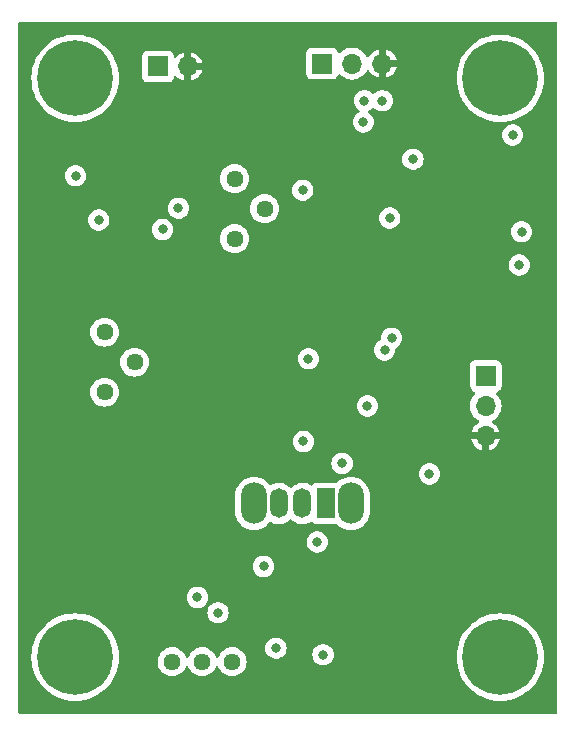
<source format=gbr>
%TF.GenerationSoftware,KiCad,Pcbnew,7.0.2-0*%
%TF.CreationDate,2025-01-08T13:43:56-05:00*%
%TF.ProjectId,plaqchek_potentiostat,706c6171-6368-4656-9b5f-706f74656e74,rev?*%
%TF.SameCoordinates,Original*%
%TF.FileFunction,Copper,L2,Inr*%
%TF.FilePolarity,Positive*%
%FSLAX46Y46*%
G04 Gerber Fmt 4.6, Leading zero omitted, Abs format (unit mm)*
G04 Created by KiCad (PCBNEW 7.0.2-0) date 2025-01-08 13:43:56*
%MOMM*%
%LPD*%
G01*
G04 APERTURE LIST*
%TA.AperFunction,ComponentPad*%
%ADD10C,1.440000*%
%TD*%
%TA.AperFunction,ComponentPad*%
%ADD11O,2.200000X3.500000*%
%TD*%
%TA.AperFunction,ComponentPad*%
%ADD12R,1.500000X2.500000*%
%TD*%
%TA.AperFunction,ComponentPad*%
%ADD13O,1.500000X2.500000*%
%TD*%
%TA.AperFunction,ComponentPad*%
%ADD14C,6.400000*%
%TD*%
%TA.AperFunction,ComponentPad*%
%ADD15R,1.700000X1.700000*%
%TD*%
%TA.AperFunction,ComponentPad*%
%ADD16O,1.700000X1.700000*%
%TD*%
%TA.AperFunction,ViaPad*%
%ADD17C,0.800000*%
%TD*%
G04 APERTURE END LIST*
D10*
%TO.N,Net-(U1B--)*%
%TO.C,RV2*%
X151500000Y-113500000D03*
%TO.N,Net-(R14-Pad2)*%
X154040000Y-116040000D03*
X151500000Y-118580000D03*
%TD*%
%TO.N,+5VA*%
%TO.C,RV3*%
X157210000Y-141397500D03*
%TO.N,Net-(U4A-+)*%
X159750000Y-141397500D03*
X162290000Y-141397500D03*
%TD*%
D11*
%TO.N,*%
%TO.C,SW2*%
X172350000Y-128000000D03*
X164150000Y-128000000D03*
D12*
%TO.N,/VBIAS_POT_N*%
X170250000Y-128000000D03*
D13*
%TO.N,/VBIAS_POT*%
X168250000Y-128000000D03*
%TO.N,/VBIAS_POT_P*%
X166250000Y-128000000D03*
%TD*%
D14*
%TO.N,Net-(H4-Pad1)*%
%TO.C,H4*%
X149000000Y-141000000D03*
%TD*%
D15*
%TO.N,/VDAC_POT_PWM_3V3*%
%TO.C,J3*%
X156000000Y-91000000D03*
D16*
%TO.N,GND*%
X158540000Y-91000000D03*
%TD*%
D14*
%TO.N,Net-(H3-Pad1)*%
%TO.C,H3*%
X185000000Y-141000000D03*
%TD*%
D15*
%TO.N,/WORKING_ELEC*%
%TO.C,J1*%
X183750000Y-117200000D03*
D16*
%TO.N,/REF_ELEC*%
X183750000Y-119740000D03*
%TO.N,GND*%
X183750000Y-122280000D03*
%TD*%
D10*
%TO.N,Net-(U1A--)*%
%TO.C,RV1*%
X162500000Y-100500000D03*
%TO.N,Net-(U1B-+)*%
X165040000Y-103040000D03*
X162500000Y-105580000D03*
%TD*%
D14*
%TO.N,Net-(H2-Pad1)*%
%TO.C,H2*%
X149000000Y-92000000D03*
%TD*%
D15*
%TO.N,+6V*%
%TO.C,J2*%
X169920000Y-90750000D03*
D16*
%TO.N,-6V5*%
X172460000Y-90750000D03*
%TO.N,GND*%
X175000000Y-90750000D03*
%TD*%
D14*
%TO.N,Net-(H1-Pad1)*%
%TO.C,H1*%
X185000000Y-92000000D03*
%TD*%
D17*
%TO.N,GND*%
X185000000Y-128000000D03*
X187000000Y-126000000D03*
X189000000Y-132000000D03*
X177000000Y-144000000D03*
X181000000Y-144000000D03*
X169970000Y-113730000D03*
X155000000Y-136000000D03*
X185000000Y-112000000D03*
X145000000Y-114000000D03*
X189000000Y-128000000D03*
X160000000Y-93000000D03*
X145000000Y-130000000D03*
X149000000Y-134000000D03*
X159000000Y-124000000D03*
X167720000Y-131420000D03*
X164000000Y-97000000D03*
X150830000Y-137100000D03*
X154000000Y-144000000D03*
X160810000Y-91000000D03*
X166000000Y-144000000D03*
X167800000Y-140230000D03*
X179000000Y-130000000D03*
X149000000Y-126000000D03*
X145000000Y-94000000D03*
X145000000Y-118000000D03*
X181000000Y-128000000D03*
X180430000Y-116810000D03*
X149000000Y-110000000D03*
X145000000Y-138000000D03*
X149000000Y-114000000D03*
X177000000Y-140000000D03*
X180470000Y-120130000D03*
X183000000Y-130000000D03*
X164200000Y-115620000D03*
X184040000Y-133690000D03*
X152390000Y-135720000D03*
X166000000Y-95000000D03*
X145000000Y-106000000D03*
X149109040Y-101990087D03*
X158510000Y-89260000D03*
X157000000Y-134000000D03*
X149000000Y-122000000D03*
X160510000Y-107410000D03*
X151000000Y-124000000D03*
X163000000Y-110000000D03*
X187000000Y-118000000D03*
X172870000Y-137710000D03*
X147000000Y-132000000D03*
X147000000Y-120000000D03*
X147000000Y-108000000D03*
X189000000Y-116000000D03*
X189000000Y-88000000D03*
X158000000Y-144000000D03*
X182650000Y-100050000D03*
X157000000Y-130000000D03*
X184130000Y-100980000D03*
X187000000Y-114000000D03*
X161860000Y-117290000D03*
X179000000Y-134000000D03*
X170040000Y-122880000D03*
X163000000Y-124000000D03*
X145000000Y-134000000D03*
X151000000Y-128000000D03*
X172299999Y-99799237D03*
X180730000Y-92940000D03*
X172800000Y-110160000D03*
X145000000Y-122000000D03*
X147000000Y-116000000D03*
X158000000Y-95000000D03*
X147000000Y-124000000D03*
X145000000Y-98000000D03*
X159000000Y-114000000D03*
X165000000Y-112000000D03*
X175000000Y-142000000D03*
X179000000Y-138000000D03*
X187000000Y-130000000D03*
X145000000Y-142000000D03*
X163000000Y-114000000D03*
X173880000Y-117200000D03*
X181000000Y-132000000D03*
X159000000Y-132000000D03*
X186713864Y-99269658D03*
X172430000Y-120710000D03*
X145000000Y-110000000D03*
X155000000Y-128000000D03*
X183000000Y-114000000D03*
X176440000Y-121270000D03*
X157000000Y-122000000D03*
X161000000Y-112000000D03*
X145000000Y-102000000D03*
X147000000Y-112000000D03*
X153000000Y-134000000D03*
X162000000Y-95000000D03*
X167000000Y-110000000D03*
X182164258Y-118396457D03*
X161120000Y-134390000D03*
X189000000Y-120000000D03*
X151000000Y-132000000D03*
X160890000Y-102020000D03*
X182650000Y-134970000D03*
X149170000Y-98310000D03*
X147000000Y-128000000D03*
X176490000Y-115920000D03*
X178060000Y-92880000D03*
X167000000Y-106000000D03*
X155000000Y-124000000D03*
X177200000Y-90690000D03*
X149000000Y-118000000D03*
X147000000Y-136000000D03*
X166000000Y-91000000D03*
X153000000Y-122000000D03*
X179000000Y-142000000D03*
X160000000Y-97000000D03*
X157000000Y-126000000D03*
X169000000Y-108000000D03*
X174860000Y-88540000D03*
X162000000Y-144000000D03*
X145000000Y-88000000D03*
X189000000Y-124000000D03*
X161000000Y-122000000D03*
X155000000Y-132000000D03*
X153000000Y-130000000D03*
X153000000Y-126000000D03*
X165000000Y-108000000D03*
X177000000Y-136000000D03*
X150800000Y-98200000D03*
X164000000Y-89000000D03*
X167640000Y-137410000D03*
X149000000Y-130000000D03*
X188182049Y-100756195D03*
X147000000Y-104000000D03*
X189000000Y-112000000D03*
X145000000Y-126000000D03*
X152920000Y-108990000D03*
X177000000Y-132000000D03*
X156400000Y-101014500D03*
X159000000Y-128000000D03*
X170670000Y-137480000D03*
X161000000Y-126000000D03*
X187000000Y-122000000D03*
X181450000Y-94740000D03*
X164000000Y-93000000D03*
%TO.N,+5VA*%
X169500000Y-131250000D03*
X159350000Y-135950000D03*
X175200000Y-115000000D03*
X175800000Y-114000000D03*
X156400000Y-104800000D03*
X161100000Y-137250000D03*
%TO.N,-5VA*%
X149038330Y-100254995D03*
X175000000Y-93900000D03*
X166000000Y-140250000D03*
X168329999Y-122750000D03*
X173400000Y-95700000D03*
X173500000Y-93900000D03*
%TO.N,+6V*%
X168275000Y-101475000D03*
X175640000Y-103820000D03*
%TO.N,-6V5*%
X186800000Y-105000000D03*
X186600000Y-107800000D03*
%TO.N,/-5V_R*%
X177600000Y-98850000D03*
X186050000Y-96800000D03*
%TO.N,Net-(U1B-+)*%
X157750000Y-103000000D03*
X151000000Y-104000000D03*
%TO.N,/VBIAS_POT*%
X171600000Y-124600000D03*
X179000000Y-125500000D03*
%TO.N,/VBIAS_POT_P*%
X164960000Y-133322500D03*
X170000000Y-140800000D03*
%TO.N,Net-(U3B-+)*%
X168750000Y-115750000D03*
X173750000Y-119750000D03*
%TD*%
%TA.AperFunction,Conductor*%
%TO.N,GND*%
G36*
X189742539Y-87220185D02*
G01*
X189788294Y-87272989D01*
X189799500Y-87324500D01*
X189799500Y-145675500D01*
X189779815Y-145742539D01*
X189727011Y-145788294D01*
X189675500Y-145799500D01*
X144324500Y-145799500D01*
X144257461Y-145779815D01*
X144211706Y-145727011D01*
X144200500Y-145675500D01*
X144200500Y-141000000D01*
X145294422Y-141000000D01*
X145294592Y-141003243D01*
X145302309Y-141150500D01*
X145314722Y-141387338D01*
X145315227Y-141390531D01*
X145315229Y-141390543D01*
X145374889Y-141767224D01*
X145374891Y-141767237D01*
X145375398Y-141770433D01*
X145376235Y-141773557D01*
X145376237Y-141773566D01*
X145474947Y-142141957D01*
X145475786Y-142145087D01*
X145476943Y-142148102D01*
X145476946Y-142148110D01*
X145549081Y-142336028D01*
X145614786Y-142507194D01*
X145616255Y-142510077D01*
X145616259Y-142510086D01*
X145789400Y-142849895D01*
X145790875Y-142852789D01*
X146002124Y-143178084D01*
X146246219Y-143479516D01*
X146520484Y-143753781D01*
X146821916Y-143997876D01*
X147147211Y-144209125D01*
X147492806Y-144385214D01*
X147854913Y-144524214D01*
X148229567Y-144624602D01*
X148612662Y-144685278D01*
X149000000Y-144705578D01*
X149387338Y-144685278D01*
X149770433Y-144624602D01*
X150145087Y-144524214D01*
X150507194Y-144385214D01*
X150852789Y-144209125D01*
X151178084Y-143997876D01*
X151479516Y-143753781D01*
X151753781Y-143479516D01*
X151997876Y-143178084D01*
X152209125Y-142852789D01*
X152385214Y-142507194D01*
X152524214Y-142145087D01*
X152624602Y-141770433D01*
X152683669Y-141397500D01*
X155984837Y-141397500D01*
X156003450Y-141610244D01*
X156058724Y-141816531D01*
X156148979Y-142010082D01*
X156271471Y-142185020D01*
X156422479Y-142336028D01*
X156597417Y-142458520D01*
X156597418Y-142458520D01*
X156597419Y-142458521D01*
X156790970Y-142548776D01*
X156997253Y-142604049D01*
X157210000Y-142622662D01*
X157422747Y-142604049D01*
X157629030Y-142548776D01*
X157822581Y-142458521D01*
X157997519Y-142336029D01*
X158148529Y-142185019D01*
X158271021Y-142010081D01*
X158361276Y-141816530D01*
X158361275Y-141816530D01*
X158365861Y-141806698D01*
X158368000Y-141807695D01*
X158396587Y-141760794D01*
X158459433Y-141730262D01*
X158528809Y-141738555D01*
X158582688Y-141783039D01*
X158593606Y-141806946D01*
X158594139Y-141806698D01*
X158688979Y-142010082D01*
X158811471Y-142185020D01*
X158962479Y-142336028D01*
X159137417Y-142458520D01*
X159137418Y-142458520D01*
X159137419Y-142458521D01*
X159330970Y-142548776D01*
X159537253Y-142604049D01*
X159679084Y-142616457D01*
X159749999Y-142622662D01*
X159749999Y-142622661D01*
X159750000Y-142622662D01*
X159962747Y-142604049D01*
X160169030Y-142548776D01*
X160362581Y-142458521D01*
X160537519Y-142336029D01*
X160688529Y-142185019D01*
X160811021Y-142010081D01*
X160901276Y-141816530D01*
X160901275Y-141816530D01*
X160905861Y-141806698D01*
X160908000Y-141807695D01*
X160936587Y-141760794D01*
X160999433Y-141730262D01*
X161068809Y-141738555D01*
X161122688Y-141783039D01*
X161133606Y-141806946D01*
X161134139Y-141806698D01*
X161228979Y-142010082D01*
X161351471Y-142185020D01*
X161502479Y-142336028D01*
X161677417Y-142458520D01*
X161677418Y-142458520D01*
X161677419Y-142458521D01*
X161870970Y-142548776D01*
X162077253Y-142604049D01*
X162290000Y-142622662D01*
X162502747Y-142604049D01*
X162709030Y-142548776D01*
X162902581Y-142458521D01*
X163077519Y-142336029D01*
X163228529Y-142185019D01*
X163351021Y-142010081D01*
X163441276Y-141816530D01*
X163496549Y-141610247D01*
X163515162Y-141397500D01*
X163496549Y-141184753D01*
X163441276Y-140978470D01*
X163351021Y-140784919D01*
X163349129Y-140782216D01*
X163228528Y-140609979D01*
X163077520Y-140458971D01*
X162902582Y-140336479D01*
X162717129Y-140250000D01*
X165094540Y-140250000D01*
X165114326Y-140438257D01*
X165172820Y-140618284D01*
X165267466Y-140782216D01*
X165394129Y-140922889D01*
X165547269Y-141034151D01*
X165720197Y-141111144D01*
X165905352Y-141150500D01*
X165905354Y-141150500D01*
X166094648Y-141150500D01*
X166218083Y-141124262D01*
X166279803Y-141111144D01*
X166452730Y-141034151D01*
X166529369Y-140978470D01*
X166605870Y-140922889D01*
X166716520Y-140800000D01*
X169094540Y-140800000D01*
X169114326Y-140988257D01*
X169172820Y-141168284D01*
X169267466Y-141332216D01*
X169394129Y-141472889D01*
X169547269Y-141584151D01*
X169720197Y-141661144D01*
X169905352Y-141700500D01*
X169905354Y-141700500D01*
X170094648Y-141700500D01*
X170218083Y-141674262D01*
X170279803Y-141661144D01*
X170452730Y-141584151D01*
X170605871Y-141472888D01*
X170732533Y-141332216D01*
X170827179Y-141168284D01*
X170881858Y-141000000D01*
X181294422Y-141000000D01*
X181294592Y-141003243D01*
X181302309Y-141150500D01*
X181314722Y-141387338D01*
X181315227Y-141390531D01*
X181315229Y-141390543D01*
X181374889Y-141767224D01*
X181374891Y-141767237D01*
X181375398Y-141770433D01*
X181376235Y-141773557D01*
X181376237Y-141773566D01*
X181474947Y-142141957D01*
X181475786Y-142145087D01*
X181476943Y-142148102D01*
X181476946Y-142148110D01*
X181549081Y-142336028D01*
X181614786Y-142507194D01*
X181616255Y-142510077D01*
X181616259Y-142510086D01*
X181789400Y-142849895D01*
X181790875Y-142852789D01*
X182002124Y-143178084D01*
X182246219Y-143479516D01*
X182520484Y-143753781D01*
X182821916Y-143997876D01*
X183147211Y-144209125D01*
X183492806Y-144385214D01*
X183854913Y-144524214D01*
X184229567Y-144624602D01*
X184612662Y-144685278D01*
X185000000Y-144705578D01*
X185387338Y-144685278D01*
X185770433Y-144624602D01*
X186145087Y-144524214D01*
X186507194Y-144385214D01*
X186852789Y-144209125D01*
X187178084Y-143997876D01*
X187479516Y-143753781D01*
X187753781Y-143479516D01*
X187997876Y-143178084D01*
X188209125Y-142852789D01*
X188385214Y-142507194D01*
X188524214Y-142145087D01*
X188624602Y-141770433D01*
X188685278Y-141387338D01*
X188705578Y-141000000D01*
X188685278Y-140612662D01*
X188624602Y-140229567D01*
X188524214Y-139854913D01*
X188385214Y-139492806D01*
X188209125Y-139147211D01*
X187997876Y-138821916D01*
X187753781Y-138520484D01*
X187479516Y-138246219D01*
X187178084Y-138002124D01*
X186852789Y-137790875D01*
X186849901Y-137789403D01*
X186849895Y-137789400D01*
X186510086Y-137616259D01*
X186510077Y-137616255D01*
X186507194Y-137614786D01*
X186504162Y-137613622D01*
X186148110Y-137476946D01*
X186148102Y-137476943D01*
X186145087Y-137475786D01*
X186141962Y-137474948D01*
X186141957Y-137474947D01*
X185773566Y-137376237D01*
X185773557Y-137376235D01*
X185770433Y-137375398D01*
X185767237Y-137374891D01*
X185767224Y-137374889D01*
X185390543Y-137315229D01*
X185390531Y-137315227D01*
X185387338Y-137314722D01*
X185384103Y-137314552D01*
X185384099Y-137314552D01*
X185003244Y-137294592D01*
X185000000Y-137294422D01*
X184996756Y-137294592D01*
X184615900Y-137314552D01*
X184615894Y-137314552D01*
X184612662Y-137314722D01*
X184609470Y-137315227D01*
X184609456Y-137315229D01*
X184232775Y-137374889D01*
X184232758Y-137374892D01*
X184229567Y-137375398D01*
X184226446Y-137376234D01*
X184226433Y-137376237D01*
X183858042Y-137474947D01*
X183858031Y-137474950D01*
X183854913Y-137475786D01*
X183851902Y-137476941D01*
X183851889Y-137476946D01*
X183495837Y-137613622D01*
X183495828Y-137613625D01*
X183492806Y-137614786D01*
X183489929Y-137616251D01*
X183489913Y-137616259D01*
X183150104Y-137789400D01*
X183150090Y-137789408D01*
X183147211Y-137790875D01*
X183144491Y-137792641D01*
X183144483Y-137792646D01*
X182824644Y-138000352D01*
X182824638Y-138000355D01*
X182821916Y-138002124D01*
X182819396Y-138004164D01*
X182819390Y-138004169D01*
X182523002Y-138244179D01*
X182522991Y-138244188D01*
X182520484Y-138246219D01*
X182518199Y-138248503D01*
X182518189Y-138248513D01*
X182248513Y-138518189D01*
X182248503Y-138518199D01*
X182246219Y-138520484D01*
X182244188Y-138522991D01*
X182244179Y-138523002D01*
X182004169Y-138819390D01*
X182004164Y-138819396D01*
X182002124Y-138821916D01*
X182000355Y-138824638D01*
X182000352Y-138824644D01*
X181792646Y-139144483D01*
X181792641Y-139144491D01*
X181790875Y-139147211D01*
X181789408Y-139150090D01*
X181789400Y-139150104D01*
X181616259Y-139489913D01*
X181616251Y-139489929D01*
X181614786Y-139492806D01*
X181613625Y-139495828D01*
X181613622Y-139495837D01*
X181476946Y-139851889D01*
X181476941Y-139851902D01*
X181475786Y-139854913D01*
X181474950Y-139858031D01*
X181474947Y-139858042D01*
X181376237Y-140226433D01*
X181376234Y-140226446D01*
X181375398Y-140229567D01*
X181374892Y-140232758D01*
X181374889Y-140232775D01*
X181315229Y-140609456D01*
X181315227Y-140609470D01*
X181314722Y-140612662D01*
X181294422Y-141000000D01*
X170881858Y-141000000D01*
X170885674Y-140988256D01*
X170905460Y-140800000D01*
X170885674Y-140611744D01*
X170836035Y-140458971D01*
X170827179Y-140431715D01*
X170732533Y-140267783D01*
X170605870Y-140127110D01*
X170452730Y-140015848D01*
X170279802Y-139938855D01*
X170094648Y-139899500D01*
X170094646Y-139899500D01*
X169905354Y-139899500D01*
X169905352Y-139899500D01*
X169720197Y-139938855D01*
X169547269Y-140015848D01*
X169394129Y-140127110D01*
X169267466Y-140267783D01*
X169172820Y-140431715D01*
X169114326Y-140611742D01*
X169094540Y-140800000D01*
X166716520Y-140800000D01*
X166732533Y-140782216D01*
X166827179Y-140618284D01*
X166878943Y-140458971D01*
X166885674Y-140438256D01*
X166905460Y-140250000D01*
X166885674Y-140061744D01*
X166845745Y-139938855D01*
X166827179Y-139881715D01*
X166732533Y-139717783D01*
X166605870Y-139577110D01*
X166452730Y-139465848D01*
X166279802Y-139388855D01*
X166094648Y-139349500D01*
X166094646Y-139349500D01*
X165905354Y-139349500D01*
X165905352Y-139349500D01*
X165720197Y-139388855D01*
X165547269Y-139465848D01*
X165394129Y-139577110D01*
X165267466Y-139717783D01*
X165172820Y-139881715D01*
X165114326Y-140061742D01*
X165094540Y-140250000D01*
X162717129Y-140250000D01*
X162709031Y-140246224D01*
X162502744Y-140190950D01*
X162290000Y-140172337D01*
X162077255Y-140190950D01*
X161870968Y-140246224D01*
X161677417Y-140336479D01*
X161502479Y-140458971D01*
X161351471Y-140609979D01*
X161228979Y-140784917D01*
X161134139Y-140988302D01*
X161131999Y-140987304D01*
X161103409Y-141034209D01*
X161040562Y-141064737D01*
X160971186Y-141056442D01*
X160917309Y-141011956D01*
X160906392Y-140988054D01*
X160905861Y-140988302D01*
X160811020Y-140784917D01*
X160688528Y-140609979D01*
X160537520Y-140458971D01*
X160362582Y-140336479D01*
X160169031Y-140246224D01*
X159962744Y-140190950D01*
X159749999Y-140172337D01*
X159537255Y-140190950D01*
X159330968Y-140246224D01*
X159137417Y-140336479D01*
X158962479Y-140458971D01*
X158811471Y-140609979D01*
X158688979Y-140784917D01*
X158594139Y-140988302D01*
X158591999Y-140987304D01*
X158563409Y-141034209D01*
X158500562Y-141064737D01*
X158431186Y-141056442D01*
X158377309Y-141011956D01*
X158366392Y-140988054D01*
X158365861Y-140988302D01*
X158271020Y-140784917D01*
X158148528Y-140609979D01*
X157997520Y-140458971D01*
X157822582Y-140336479D01*
X157629031Y-140246224D01*
X157422744Y-140190950D01*
X157210000Y-140172337D01*
X156997255Y-140190950D01*
X156790968Y-140246224D01*
X156597417Y-140336479D01*
X156422479Y-140458971D01*
X156271471Y-140609979D01*
X156148979Y-140784917D01*
X156058724Y-140978468D01*
X156003450Y-141184755D01*
X155984837Y-141397500D01*
X152683669Y-141397500D01*
X152685278Y-141387338D01*
X152705578Y-141000000D01*
X152685278Y-140612662D01*
X152624602Y-140229567D01*
X152524214Y-139854913D01*
X152385214Y-139492806D01*
X152209125Y-139147211D01*
X151997876Y-138821916D01*
X151753781Y-138520484D01*
X151479516Y-138246219D01*
X151178084Y-138002124D01*
X150852789Y-137790875D01*
X150849901Y-137789403D01*
X150849895Y-137789400D01*
X150510086Y-137616259D01*
X150510077Y-137616255D01*
X150507194Y-137614786D01*
X150504162Y-137613622D01*
X150148110Y-137476946D01*
X150148102Y-137476943D01*
X150145087Y-137475786D01*
X150141962Y-137474948D01*
X150141957Y-137474947D01*
X149773566Y-137376237D01*
X149773557Y-137376235D01*
X149770433Y-137375398D01*
X149767237Y-137374891D01*
X149767224Y-137374889D01*
X149390543Y-137315229D01*
X149390531Y-137315227D01*
X149387338Y-137314722D01*
X149384103Y-137314552D01*
X149384099Y-137314552D01*
X149003244Y-137294592D01*
X149000000Y-137294422D01*
X148996756Y-137294592D01*
X148615900Y-137314552D01*
X148615894Y-137314552D01*
X148612662Y-137314722D01*
X148609470Y-137315227D01*
X148609456Y-137315229D01*
X148232775Y-137374889D01*
X148232758Y-137374892D01*
X148229567Y-137375398D01*
X148226446Y-137376234D01*
X148226433Y-137376237D01*
X147858042Y-137474947D01*
X147858031Y-137474950D01*
X147854913Y-137475786D01*
X147851902Y-137476941D01*
X147851889Y-137476946D01*
X147495837Y-137613622D01*
X147495828Y-137613625D01*
X147492806Y-137614786D01*
X147489929Y-137616251D01*
X147489913Y-137616259D01*
X147150104Y-137789400D01*
X147150090Y-137789408D01*
X147147211Y-137790875D01*
X147144491Y-137792641D01*
X147144483Y-137792646D01*
X146824644Y-138000352D01*
X146824638Y-138000355D01*
X146821916Y-138002124D01*
X146819396Y-138004164D01*
X146819390Y-138004169D01*
X146523002Y-138244179D01*
X146522991Y-138244188D01*
X146520484Y-138246219D01*
X146518199Y-138248503D01*
X146518189Y-138248513D01*
X146248513Y-138518189D01*
X146248503Y-138518199D01*
X146246219Y-138520484D01*
X146244188Y-138522991D01*
X146244179Y-138523002D01*
X146004169Y-138819390D01*
X146004164Y-138819396D01*
X146002124Y-138821916D01*
X146000355Y-138824638D01*
X146000352Y-138824644D01*
X145792646Y-139144483D01*
X145792641Y-139144491D01*
X145790875Y-139147211D01*
X145789408Y-139150090D01*
X145789400Y-139150104D01*
X145616259Y-139489913D01*
X145616251Y-139489929D01*
X145614786Y-139492806D01*
X145613625Y-139495828D01*
X145613622Y-139495837D01*
X145476946Y-139851889D01*
X145476941Y-139851902D01*
X145475786Y-139854913D01*
X145474950Y-139858031D01*
X145474947Y-139858042D01*
X145376237Y-140226433D01*
X145376234Y-140226446D01*
X145375398Y-140229567D01*
X145374892Y-140232758D01*
X145374889Y-140232775D01*
X145315229Y-140609456D01*
X145315227Y-140609470D01*
X145314722Y-140612662D01*
X145294422Y-141000000D01*
X144200500Y-141000000D01*
X144200500Y-137249999D01*
X160194540Y-137249999D01*
X160214326Y-137438257D01*
X160272820Y-137618284D01*
X160367466Y-137782216D01*
X160494129Y-137922889D01*
X160647269Y-138034151D01*
X160820197Y-138111144D01*
X161005352Y-138150500D01*
X161005354Y-138150500D01*
X161194648Y-138150500D01*
X161318084Y-138124262D01*
X161379803Y-138111144D01*
X161552730Y-138034151D01*
X161705871Y-137922888D01*
X161832533Y-137782216D01*
X161927179Y-137618284D01*
X161985674Y-137438256D01*
X162005460Y-137250000D01*
X161985674Y-137061744D01*
X161927179Y-136881716D01*
X161927179Y-136881715D01*
X161832533Y-136717783D01*
X161705870Y-136577110D01*
X161552730Y-136465848D01*
X161379802Y-136388855D01*
X161194648Y-136349500D01*
X161194646Y-136349500D01*
X161005354Y-136349500D01*
X161005352Y-136349500D01*
X160820197Y-136388855D01*
X160647269Y-136465848D01*
X160494129Y-136577110D01*
X160367466Y-136717783D01*
X160272820Y-136881715D01*
X160214326Y-137061742D01*
X160194540Y-137249999D01*
X144200500Y-137249999D01*
X144200500Y-135949999D01*
X158444540Y-135949999D01*
X158464326Y-136138257D01*
X158522820Y-136318284D01*
X158617466Y-136482216D01*
X158744129Y-136622889D01*
X158897269Y-136734151D01*
X159070197Y-136811144D01*
X159255352Y-136850500D01*
X159255354Y-136850500D01*
X159444648Y-136850500D01*
X159568084Y-136824262D01*
X159629803Y-136811144D01*
X159802730Y-136734151D01*
X159955871Y-136622888D01*
X160082533Y-136482216D01*
X160177179Y-136318284D01*
X160235674Y-136138256D01*
X160255460Y-135950000D01*
X160235674Y-135761744D01*
X160177179Y-135581716D01*
X160177179Y-135581715D01*
X160082533Y-135417783D01*
X159955870Y-135277110D01*
X159802730Y-135165848D01*
X159629802Y-135088855D01*
X159444648Y-135049500D01*
X159444646Y-135049500D01*
X159255354Y-135049500D01*
X159255352Y-135049500D01*
X159070197Y-135088855D01*
X158897269Y-135165848D01*
X158744129Y-135277110D01*
X158617466Y-135417783D01*
X158522820Y-135581715D01*
X158464326Y-135761742D01*
X158444540Y-135949999D01*
X144200500Y-135949999D01*
X144200500Y-133322500D01*
X164054540Y-133322500D01*
X164074326Y-133510757D01*
X164132820Y-133690784D01*
X164227466Y-133854716D01*
X164354129Y-133995389D01*
X164507269Y-134106651D01*
X164680197Y-134183644D01*
X164865352Y-134223000D01*
X164865354Y-134223000D01*
X165054648Y-134223000D01*
X165178084Y-134196762D01*
X165239803Y-134183644D01*
X165412730Y-134106651D01*
X165565871Y-133995388D01*
X165692533Y-133854716D01*
X165787179Y-133690784D01*
X165845674Y-133510756D01*
X165865460Y-133322500D01*
X165845674Y-133134244D01*
X165787179Y-132954216D01*
X165787179Y-132954215D01*
X165692533Y-132790283D01*
X165565870Y-132649610D01*
X165412730Y-132538348D01*
X165239802Y-132461355D01*
X165054648Y-132422000D01*
X165054646Y-132422000D01*
X164865354Y-132422000D01*
X164865352Y-132422000D01*
X164680197Y-132461355D01*
X164507269Y-132538348D01*
X164354129Y-132649610D01*
X164227466Y-132790283D01*
X164132820Y-132954215D01*
X164074326Y-133134242D01*
X164054540Y-133322500D01*
X144200500Y-133322500D01*
X144200500Y-131249999D01*
X168594540Y-131249999D01*
X168614326Y-131438257D01*
X168672820Y-131618284D01*
X168767466Y-131782216D01*
X168894129Y-131922889D01*
X169047269Y-132034151D01*
X169220197Y-132111144D01*
X169405352Y-132150500D01*
X169405354Y-132150500D01*
X169594648Y-132150500D01*
X169718083Y-132124262D01*
X169779803Y-132111144D01*
X169952730Y-132034151D01*
X170105871Y-131922888D01*
X170232533Y-131782216D01*
X170327179Y-131618284D01*
X170385674Y-131438256D01*
X170405460Y-131250000D01*
X170385674Y-131061744D01*
X170327179Y-130881716D01*
X170327179Y-130881715D01*
X170232533Y-130717783D01*
X170105870Y-130577110D01*
X169952730Y-130465848D01*
X169779802Y-130388855D01*
X169594648Y-130349500D01*
X169594646Y-130349500D01*
X169405354Y-130349500D01*
X169405352Y-130349500D01*
X169220197Y-130388855D01*
X169047269Y-130465848D01*
X168894129Y-130577110D01*
X168767466Y-130717783D01*
X168672820Y-130881715D01*
X168614326Y-131061742D01*
X168594540Y-131249999D01*
X144200500Y-131249999D01*
X144200500Y-128712882D01*
X162549500Y-128712882D01*
X162549690Y-128715301D01*
X162549691Y-128715316D01*
X162564317Y-128901149D01*
X162623126Y-129146110D01*
X162667731Y-129253795D01*
X162719534Y-129378859D01*
X162851164Y-129593659D01*
X163014776Y-129785224D01*
X163206341Y-129948836D01*
X163421141Y-130080466D01*
X163653889Y-130176873D01*
X163898852Y-130235683D01*
X164150000Y-130255449D01*
X164401148Y-130235683D01*
X164646111Y-130176873D01*
X164878859Y-130080466D01*
X165093659Y-129948836D01*
X165285224Y-129785224D01*
X165445474Y-129597594D01*
X165503980Y-129559401D01*
X165573848Y-129558902D01*
X165608075Y-129574639D01*
X165655032Y-129605635D01*
X165862012Y-129694103D01*
X166081463Y-129744191D01*
X166286998Y-129753421D01*
X166306328Y-129754290D01*
X166306328Y-129754289D01*
X166306330Y-129754290D01*
X166529387Y-129724075D01*
X166743464Y-129654517D01*
X166941681Y-129547852D01*
X167117666Y-129407508D01*
X167156125Y-129363488D01*
X167215053Y-129325955D01*
X167284922Y-129326239D01*
X167335195Y-129355446D01*
X167467175Y-129481632D01*
X167655032Y-129605635D01*
X167862012Y-129694103D01*
X168081463Y-129744191D01*
X168286998Y-129753421D01*
X168306328Y-129754290D01*
X168306328Y-129754289D01*
X168306330Y-129754290D01*
X168529387Y-129724075D01*
X168743464Y-129654517D01*
X168941681Y-129547852D01*
X168941682Y-129547850D01*
X168951509Y-129542563D01*
X168952454Y-129544319D01*
X169004135Y-129523216D01*
X169072832Y-129535967D01*
X169116037Y-129572259D01*
X169142452Y-129607544D01*
X169142453Y-129607544D01*
X169142454Y-129607546D01*
X169257669Y-129693796D01*
X169392517Y-129744091D01*
X169452127Y-129750500D01*
X171047872Y-129750499D01*
X171051173Y-129750144D01*
X171051175Y-129750144D01*
X171064647Y-129748695D01*
X171107483Y-129744091D01*
X171107483Y-129744090D01*
X171108523Y-129743979D01*
X171177282Y-129756384D01*
X171206827Y-129779504D01*
X171207356Y-129778886D01*
X171214773Y-129785221D01*
X171214776Y-129785224D01*
X171406341Y-129948836D01*
X171621141Y-130080466D01*
X171853889Y-130176873D01*
X172098852Y-130235683D01*
X172350000Y-130255449D01*
X172601148Y-130235683D01*
X172846111Y-130176873D01*
X173078859Y-130080466D01*
X173293659Y-129948836D01*
X173485224Y-129785224D01*
X173648836Y-129593659D01*
X173780466Y-129378859D01*
X173876873Y-129146111D01*
X173935683Y-128901148D01*
X173950500Y-128712882D01*
X173950500Y-127287118D01*
X173935683Y-127098852D01*
X173876873Y-126853889D01*
X173780466Y-126621141D01*
X173648836Y-126406341D01*
X173485224Y-126214776D01*
X173293659Y-126051164D01*
X173078859Y-125919534D01*
X172955130Y-125868284D01*
X172846110Y-125823126D01*
X172601149Y-125764317D01*
X172475574Y-125754433D01*
X172350000Y-125744551D01*
X172349999Y-125744551D01*
X172098850Y-125764317D01*
X171853889Y-125823126D01*
X171621139Y-125919535D01*
X171406338Y-126051165D01*
X171207355Y-126221113D01*
X171206170Y-126219726D01*
X171157548Y-126251459D01*
X171108523Y-126256021D01*
X171107483Y-126255909D01*
X171047873Y-126249500D01*
X171044550Y-126249500D01*
X169455439Y-126249500D01*
X169455420Y-126249500D01*
X169452128Y-126249501D01*
X169448848Y-126249853D01*
X169448840Y-126249854D01*
X169392515Y-126255909D01*
X169257669Y-126306204D01*
X169142452Y-126392454D01*
X169113150Y-126431598D01*
X169057216Y-126473468D01*
X168987524Y-126478452D01*
X168945573Y-126460773D01*
X168844968Y-126394365D01*
X168637987Y-126305896D01*
X168418537Y-126255809D01*
X168193671Y-126245709D01*
X167970611Y-126275925D01*
X167756537Y-126345482D01*
X167669249Y-126392454D01*
X167558319Y-126452148D01*
X167558317Y-126452149D01*
X167558318Y-126452149D01*
X167382334Y-126592491D01*
X167343875Y-126636511D01*
X167284942Y-126674044D01*
X167215073Y-126673758D01*
X167164803Y-126644552D01*
X167140315Y-126621139D01*
X167032825Y-126518368D01*
X167032822Y-126518366D01*
X167032821Y-126518365D01*
X166844968Y-126394365D01*
X166637987Y-126305896D01*
X166418537Y-126255809D01*
X166193671Y-126245709D01*
X165970611Y-126275925D01*
X165756534Y-126345483D01*
X165598198Y-126430687D01*
X165529835Y-126445121D01*
X165464522Y-126420303D01*
X165445153Y-126402028D01*
X165285224Y-126214776D01*
X165093659Y-126051164D01*
X164878859Y-125919534D01*
X164755130Y-125868284D01*
X164646110Y-125823126D01*
X164401149Y-125764317D01*
X164275573Y-125754433D01*
X164150000Y-125744551D01*
X164149999Y-125744551D01*
X163898850Y-125764317D01*
X163653889Y-125823126D01*
X163421139Y-125919535D01*
X163206342Y-126051163D01*
X163014776Y-126214776D01*
X162851163Y-126406342D01*
X162719535Y-126621139D01*
X162623126Y-126853889D01*
X162564317Y-127098850D01*
X162549691Y-127284683D01*
X162549690Y-127284699D01*
X162549500Y-127287118D01*
X162549500Y-128712882D01*
X144200500Y-128712882D01*
X144200500Y-124600000D01*
X170694540Y-124600000D01*
X170714326Y-124788257D01*
X170772820Y-124968284D01*
X170867466Y-125132216D01*
X170994129Y-125272889D01*
X171147269Y-125384151D01*
X171320197Y-125461144D01*
X171505352Y-125500500D01*
X171505354Y-125500500D01*
X171694648Y-125500500D01*
X171697005Y-125499999D01*
X178094540Y-125499999D01*
X178114326Y-125688257D01*
X178172820Y-125868284D01*
X178267466Y-126032216D01*
X178394129Y-126172889D01*
X178547269Y-126284151D01*
X178720197Y-126361144D01*
X178905352Y-126400500D01*
X178905354Y-126400500D01*
X179094648Y-126400500D01*
X179218084Y-126374262D01*
X179279803Y-126361144D01*
X179452730Y-126284151D01*
X179605871Y-126172888D01*
X179732533Y-126032216D01*
X179827179Y-125868284D01*
X179885674Y-125688256D01*
X179905460Y-125500000D01*
X179885674Y-125311744D01*
X179855332Y-125218363D01*
X179827179Y-125131715D01*
X179732533Y-124967783D01*
X179605870Y-124827110D01*
X179452730Y-124715848D01*
X179279802Y-124638855D01*
X179094648Y-124599500D01*
X179094646Y-124599500D01*
X178905354Y-124599500D01*
X178905352Y-124599500D01*
X178720197Y-124638855D01*
X178547269Y-124715848D01*
X178394129Y-124827110D01*
X178267466Y-124967783D01*
X178172820Y-125131715D01*
X178114326Y-125311742D01*
X178094540Y-125499999D01*
X171697005Y-125499999D01*
X171818083Y-125474262D01*
X171879803Y-125461144D01*
X172052730Y-125384151D01*
X172205871Y-125272888D01*
X172332533Y-125132216D01*
X172427179Y-124968284D01*
X172485674Y-124788256D01*
X172505460Y-124600000D01*
X172485674Y-124411744D01*
X172427179Y-124231716D01*
X172427179Y-124231715D01*
X172332533Y-124067783D01*
X172205870Y-123927110D01*
X172052730Y-123815848D01*
X171879802Y-123738855D01*
X171694648Y-123699500D01*
X171694646Y-123699500D01*
X171505354Y-123699500D01*
X171505352Y-123699500D01*
X171320197Y-123738855D01*
X171147269Y-123815848D01*
X170994129Y-123927110D01*
X170867466Y-124067783D01*
X170772820Y-124231715D01*
X170714326Y-124411742D01*
X170694540Y-124600000D01*
X144200500Y-124600000D01*
X144200500Y-122749999D01*
X167424539Y-122749999D01*
X167444325Y-122938257D01*
X167502819Y-123118284D01*
X167597465Y-123282216D01*
X167724128Y-123422889D01*
X167877268Y-123534151D01*
X168050196Y-123611144D01*
X168235351Y-123650500D01*
X168235353Y-123650500D01*
X168424647Y-123650500D01*
X168548082Y-123624262D01*
X168609802Y-123611144D01*
X168782729Y-123534151D01*
X168935870Y-123422888D01*
X169062532Y-123282216D01*
X169157178Y-123118284D01*
X169215673Y-122938256D01*
X169235459Y-122750000D01*
X169215673Y-122561744D01*
X169157178Y-122381716D01*
X169157178Y-122381715D01*
X169062532Y-122217783D01*
X168935869Y-122077110D01*
X168782729Y-121965848D01*
X168609801Y-121888855D01*
X168424647Y-121849500D01*
X168424645Y-121849500D01*
X168235353Y-121849500D01*
X168235351Y-121849500D01*
X168050196Y-121888855D01*
X167877268Y-121965848D01*
X167724128Y-122077110D01*
X167597465Y-122217783D01*
X167502819Y-122381715D01*
X167444325Y-122561742D01*
X167424539Y-122749999D01*
X144200500Y-122749999D01*
X144200500Y-118580000D01*
X150274837Y-118580000D01*
X150293450Y-118792744D01*
X150348724Y-118999031D01*
X150438979Y-119192582D01*
X150561471Y-119367520D01*
X150712479Y-119518528D01*
X150887417Y-119641020D01*
X150887418Y-119641020D01*
X150887419Y-119641021D01*
X151080970Y-119731276D01*
X151287253Y-119786549D01*
X151500000Y-119805162D01*
X151712747Y-119786549D01*
X151849154Y-119749999D01*
X172844540Y-119749999D01*
X172864326Y-119938257D01*
X172922820Y-120118284D01*
X173017466Y-120282216D01*
X173144129Y-120422889D01*
X173297269Y-120534151D01*
X173470197Y-120611144D01*
X173655352Y-120650500D01*
X173655354Y-120650500D01*
X173844648Y-120650500D01*
X173968084Y-120624262D01*
X174029803Y-120611144D01*
X174202730Y-120534151D01*
X174355871Y-120422888D01*
X174482533Y-120282216D01*
X174577179Y-120118284D01*
X174635674Y-119938256D01*
X174655460Y-119750000D01*
X174654409Y-119739999D01*
X182394340Y-119739999D01*
X182414936Y-119975407D01*
X182453220Y-120118284D01*
X182476097Y-120203663D01*
X182575965Y-120417830D01*
X182711505Y-120611401D01*
X182878599Y-120778495D01*
X183072170Y-120914035D01*
X183155869Y-120953064D01*
X183208305Y-120999233D01*
X183227457Y-121066427D01*
X183207242Y-121133308D01*
X183155868Y-121177825D01*
X183122616Y-121193331D01*
X182943442Y-121318790D01*
X182788790Y-121473442D01*
X182663332Y-121652615D01*
X182570897Y-121850840D01*
X182536289Y-121979999D01*
X182536289Y-121980000D01*
X183348446Y-121980000D01*
X183290507Y-122070156D01*
X183250000Y-122208111D01*
X183250000Y-122351889D01*
X183290507Y-122489844D01*
X183348446Y-122580000D01*
X182536289Y-122580000D01*
X182570897Y-122709159D01*
X182663332Y-122907385D01*
X182788790Y-123086557D01*
X182943442Y-123241209D01*
X183122614Y-123366667D01*
X183320841Y-123459102D01*
X183450000Y-123493709D01*
X183450000Y-122681643D01*
X183476900Y-122704952D01*
X183607685Y-122764680D01*
X183714237Y-122780000D01*
X183785763Y-122780000D01*
X183892315Y-122764680D01*
X184023100Y-122704952D01*
X184050000Y-122681643D01*
X184050000Y-123493708D01*
X184179158Y-123459102D01*
X184377385Y-123366667D01*
X184556557Y-123241209D01*
X184711209Y-123086557D01*
X184836667Y-122907385D01*
X184929102Y-122709159D01*
X184963711Y-122580000D01*
X184151554Y-122580000D01*
X184209493Y-122489844D01*
X184250000Y-122351889D01*
X184250000Y-122208111D01*
X184209493Y-122070156D01*
X184151554Y-121980000D01*
X184963711Y-121980000D01*
X184963710Y-121979999D01*
X184929102Y-121850840D01*
X184836667Y-121652615D01*
X184711209Y-121473442D01*
X184556557Y-121318790D01*
X184377382Y-121193330D01*
X184344133Y-121177825D01*
X184291694Y-121131652D01*
X184272543Y-121064459D01*
X184292760Y-120997578D01*
X184344130Y-120953064D01*
X184427830Y-120914035D01*
X184621401Y-120778495D01*
X184788495Y-120611401D01*
X184924035Y-120417830D01*
X185023903Y-120203663D01*
X185085063Y-119975408D01*
X185105659Y-119740000D01*
X185085063Y-119504592D01*
X185023903Y-119276337D01*
X184924035Y-119062171D01*
X184788495Y-118868599D01*
X184666569Y-118746673D01*
X184633084Y-118685350D01*
X184638068Y-118615658D01*
X184679940Y-118559725D01*
X184710915Y-118542810D01*
X184842331Y-118493796D01*
X184957546Y-118407546D01*
X185043796Y-118292331D01*
X185094091Y-118157483D01*
X185100500Y-118097873D01*
X185100499Y-116302128D01*
X185094091Y-116242517D01*
X185043796Y-116107669D01*
X184957546Y-115992454D01*
X184842331Y-115906204D01*
X184707483Y-115855909D01*
X184647873Y-115849500D01*
X184644550Y-115849500D01*
X182855439Y-115849500D01*
X182855420Y-115849500D01*
X182852128Y-115849501D01*
X182848848Y-115849853D01*
X182848840Y-115849854D01*
X182792515Y-115855909D01*
X182657669Y-115906204D01*
X182542454Y-115992454D01*
X182456204Y-116107668D01*
X182405910Y-116242515D01*
X182405909Y-116242517D01*
X182399500Y-116302127D01*
X182399500Y-116305448D01*
X182399500Y-116305449D01*
X182399500Y-118094560D01*
X182399500Y-118094578D01*
X182399501Y-118097872D01*
X182399853Y-118101152D01*
X182399854Y-118101159D01*
X182405909Y-118157484D01*
X182431056Y-118224906D01*
X182456204Y-118292331D01*
X182542454Y-118407546D01*
X182657669Y-118493796D01*
X182769907Y-118535658D01*
X182789082Y-118542810D01*
X182845016Y-118584681D01*
X182869433Y-118650146D01*
X182854581Y-118718419D01*
X182833431Y-118746673D01*
X182711503Y-118868601D01*
X182575965Y-119062170D01*
X182476097Y-119276336D01*
X182414936Y-119504592D01*
X182394340Y-119739999D01*
X174654409Y-119739999D01*
X174635674Y-119561744D01*
X174577179Y-119381716D01*
X174577179Y-119381715D01*
X174482533Y-119217783D01*
X174355870Y-119077110D01*
X174202730Y-118965848D01*
X174029802Y-118888855D01*
X173844648Y-118849500D01*
X173844646Y-118849500D01*
X173655354Y-118849500D01*
X173655352Y-118849500D01*
X173470197Y-118888855D01*
X173297269Y-118965848D01*
X173144129Y-119077110D01*
X173017466Y-119217783D01*
X172922820Y-119381715D01*
X172864326Y-119561742D01*
X172844540Y-119749999D01*
X151849154Y-119749999D01*
X151919030Y-119731276D01*
X152112581Y-119641021D01*
X152287519Y-119518529D01*
X152438529Y-119367519D01*
X152561021Y-119192581D01*
X152651276Y-118999030D01*
X152706549Y-118792747D01*
X152725162Y-118580000D01*
X152706549Y-118367253D01*
X152651276Y-118160970D01*
X152561021Y-117967419D01*
X152438529Y-117792481D01*
X152438528Y-117792479D01*
X152287520Y-117641471D01*
X152112582Y-117518979D01*
X151919031Y-117428724D01*
X151712744Y-117373450D01*
X151500000Y-117354837D01*
X151287255Y-117373450D01*
X151080968Y-117428724D01*
X150887417Y-117518979D01*
X150712479Y-117641471D01*
X150561471Y-117792479D01*
X150438979Y-117967417D01*
X150348724Y-118160968D01*
X150293450Y-118367255D01*
X150274837Y-118580000D01*
X144200500Y-118580000D01*
X144200500Y-116040000D01*
X152814837Y-116040000D01*
X152833450Y-116252744D01*
X152888724Y-116459031D01*
X152978979Y-116652582D01*
X153101471Y-116827520D01*
X153252479Y-116978528D01*
X153427417Y-117101020D01*
X153427418Y-117101020D01*
X153427419Y-117101021D01*
X153620970Y-117191276D01*
X153827253Y-117246549D01*
X154040000Y-117265162D01*
X154252747Y-117246549D01*
X154459030Y-117191276D01*
X154652581Y-117101021D01*
X154827519Y-116978529D01*
X154978529Y-116827519D01*
X155101021Y-116652581D01*
X155191276Y-116459030D01*
X155246549Y-116252747D01*
X155265162Y-116040000D01*
X155246549Y-115827253D01*
X155225849Y-115750000D01*
X167844540Y-115750000D01*
X167864326Y-115938257D01*
X167922820Y-116118284D01*
X168017466Y-116282216D01*
X168144129Y-116422889D01*
X168297269Y-116534151D01*
X168470197Y-116611144D01*
X168655352Y-116650500D01*
X168655354Y-116650500D01*
X168844648Y-116650500D01*
X168968083Y-116624262D01*
X169029803Y-116611144D01*
X169202730Y-116534151D01*
X169355871Y-116422888D01*
X169482533Y-116282216D01*
X169577179Y-116118284D01*
X169635674Y-115938256D01*
X169655460Y-115750000D01*
X169635674Y-115561744D01*
X169577179Y-115381716D01*
X169577179Y-115381715D01*
X169482533Y-115217783D01*
X169355870Y-115077110D01*
X169249737Y-115000000D01*
X174294540Y-115000000D01*
X174314326Y-115188257D01*
X174372820Y-115368284D01*
X174467466Y-115532216D01*
X174594129Y-115672889D01*
X174747269Y-115784151D01*
X174920197Y-115861144D01*
X175105352Y-115900500D01*
X175105354Y-115900500D01*
X175294648Y-115900500D01*
X175418083Y-115874262D01*
X175479803Y-115861144D01*
X175652730Y-115784151D01*
X175805871Y-115672888D01*
X175932533Y-115532216D01*
X176027179Y-115368284D01*
X176085674Y-115188256D01*
X176105460Y-115000000D01*
X176099787Y-114946032D01*
X176112356Y-114877307D01*
X176160087Y-114826283D01*
X176172662Y-114819799D01*
X176252730Y-114784151D01*
X176405871Y-114672888D01*
X176532533Y-114532216D01*
X176627179Y-114368284D01*
X176685674Y-114188256D01*
X176705460Y-114000000D01*
X176685674Y-113811744D01*
X176627179Y-113631716D01*
X176627179Y-113631715D01*
X176532533Y-113467783D01*
X176405870Y-113327110D01*
X176252730Y-113215848D01*
X176079802Y-113138855D01*
X175894648Y-113099500D01*
X175894646Y-113099500D01*
X175705354Y-113099500D01*
X175705352Y-113099500D01*
X175520197Y-113138855D01*
X175347269Y-113215848D01*
X175194129Y-113327110D01*
X175067466Y-113467783D01*
X174972820Y-113631715D01*
X174914326Y-113811742D01*
X174894540Y-114000000D01*
X174900211Y-114053965D01*
X174887641Y-114122695D01*
X174839908Y-114173718D01*
X174827327Y-114180204D01*
X174747268Y-114215849D01*
X174594129Y-114327111D01*
X174467466Y-114467783D01*
X174372820Y-114631715D01*
X174314326Y-114811742D01*
X174294540Y-115000000D01*
X169249737Y-115000000D01*
X169202730Y-114965848D01*
X169029802Y-114888855D01*
X168844648Y-114849500D01*
X168844646Y-114849500D01*
X168655354Y-114849500D01*
X168655352Y-114849500D01*
X168470197Y-114888855D01*
X168297269Y-114965848D01*
X168144129Y-115077110D01*
X168017466Y-115217783D01*
X167922820Y-115381715D01*
X167864326Y-115561742D01*
X167844540Y-115750000D01*
X155225849Y-115750000D01*
X155191276Y-115620970D01*
X155101021Y-115427419D01*
X154978529Y-115252481D01*
X154978528Y-115252479D01*
X154827520Y-115101471D01*
X154652582Y-114978979D01*
X154459031Y-114888724D01*
X154252744Y-114833450D01*
X154040000Y-114814837D01*
X153827255Y-114833450D01*
X153620968Y-114888724D01*
X153427417Y-114978979D01*
X153252479Y-115101471D01*
X153101471Y-115252479D01*
X152978979Y-115427417D01*
X152888724Y-115620968D01*
X152833450Y-115827255D01*
X152814837Y-116040000D01*
X144200500Y-116040000D01*
X144200500Y-113500000D01*
X150274837Y-113500000D01*
X150293450Y-113712744D01*
X150348724Y-113919031D01*
X150438979Y-114112582D01*
X150561471Y-114287520D01*
X150712479Y-114438528D01*
X150887417Y-114561020D01*
X150887418Y-114561020D01*
X150887419Y-114561021D01*
X151080970Y-114651276D01*
X151287253Y-114706549D01*
X151500000Y-114725162D01*
X151712747Y-114706549D01*
X151919030Y-114651276D01*
X152112581Y-114561021D01*
X152287519Y-114438529D01*
X152438529Y-114287519D01*
X152561021Y-114112581D01*
X152651276Y-113919030D01*
X152706549Y-113712747D01*
X152725162Y-113500000D01*
X152706549Y-113287253D01*
X152651276Y-113080970D01*
X152561021Y-112887419D01*
X152438529Y-112712481D01*
X152438528Y-112712479D01*
X152287520Y-112561471D01*
X152112582Y-112438979D01*
X151919031Y-112348724D01*
X151712744Y-112293450D01*
X151500000Y-112274837D01*
X151287255Y-112293450D01*
X151080968Y-112348724D01*
X150887417Y-112438979D01*
X150712479Y-112561471D01*
X150561471Y-112712479D01*
X150438979Y-112887417D01*
X150348724Y-113080968D01*
X150293450Y-113287255D01*
X150274837Y-113500000D01*
X144200500Y-113500000D01*
X144200500Y-107800000D01*
X185694540Y-107800000D01*
X185714326Y-107988257D01*
X185772820Y-108168284D01*
X185867466Y-108332216D01*
X185994129Y-108472889D01*
X186147269Y-108584151D01*
X186320197Y-108661144D01*
X186505352Y-108700500D01*
X186505354Y-108700500D01*
X186694648Y-108700500D01*
X186818084Y-108674262D01*
X186879803Y-108661144D01*
X187052730Y-108584151D01*
X187205871Y-108472888D01*
X187332533Y-108332216D01*
X187427179Y-108168284D01*
X187485674Y-107988256D01*
X187505460Y-107800000D01*
X187485674Y-107611744D01*
X187427179Y-107431716D01*
X187427179Y-107431715D01*
X187332533Y-107267783D01*
X187205870Y-107127110D01*
X187052730Y-107015848D01*
X186879802Y-106938855D01*
X186694648Y-106899500D01*
X186694646Y-106899500D01*
X186505354Y-106899500D01*
X186505352Y-106899500D01*
X186320197Y-106938855D01*
X186147269Y-107015848D01*
X185994129Y-107127110D01*
X185867466Y-107267783D01*
X185772820Y-107431715D01*
X185714326Y-107611742D01*
X185694540Y-107800000D01*
X144200500Y-107800000D01*
X144200500Y-104000000D01*
X150094540Y-104000000D01*
X150114326Y-104188257D01*
X150172820Y-104368284D01*
X150267466Y-104532216D01*
X150394129Y-104672889D01*
X150547269Y-104784151D01*
X150720197Y-104861144D01*
X150905352Y-104900500D01*
X150905354Y-104900500D01*
X151094648Y-104900500D01*
X151218083Y-104874262D01*
X151279803Y-104861144D01*
X151417135Y-104799999D01*
X155494540Y-104799999D01*
X155514326Y-104988257D01*
X155572820Y-105168284D01*
X155667466Y-105332216D01*
X155794129Y-105472889D01*
X155947269Y-105584151D01*
X156120197Y-105661144D01*
X156305352Y-105700500D01*
X156305354Y-105700500D01*
X156494648Y-105700500D01*
X156624551Y-105672888D01*
X156679803Y-105661144D01*
X156852730Y-105584151D01*
X156858443Y-105580000D01*
X161274837Y-105580000D01*
X161293450Y-105792744D01*
X161348724Y-105999031D01*
X161438979Y-106192582D01*
X161561471Y-106367520D01*
X161712479Y-106518528D01*
X161887417Y-106641020D01*
X161887418Y-106641020D01*
X161887419Y-106641021D01*
X162080970Y-106731276D01*
X162287253Y-106786549D01*
X162500000Y-106805162D01*
X162712747Y-106786549D01*
X162919030Y-106731276D01*
X163112581Y-106641021D01*
X163287519Y-106518529D01*
X163438529Y-106367519D01*
X163561021Y-106192581D01*
X163651276Y-105999030D01*
X163706549Y-105792747D01*
X163725162Y-105580000D01*
X163706549Y-105367253D01*
X163651276Y-105160970D01*
X163576214Y-105000000D01*
X185894540Y-105000000D01*
X185914326Y-105188257D01*
X185972820Y-105368284D01*
X186067466Y-105532216D01*
X186194129Y-105672889D01*
X186347269Y-105784151D01*
X186520197Y-105861144D01*
X186705352Y-105900500D01*
X186705354Y-105900500D01*
X186894648Y-105900500D01*
X187018083Y-105874262D01*
X187079803Y-105861144D01*
X187252730Y-105784151D01*
X187405871Y-105672888D01*
X187532533Y-105532216D01*
X187627179Y-105368284D01*
X187685674Y-105188256D01*
X187705460Y-105000000D01*
X187685674Y-104811744D01*
X187627179Y-104631716D01*
X187627179Y-104631715D01*
X187532533Y-104467783D01*
X187405870Y-104327110D01*
X187252730Y-104215848D01*
X187079802Y-104138855D01*
X186894648Y-104099500D01*
X186894646Y-104099500D01*
X186705354Y-104099500D01*
X186705352Y-104099500D01*
X186520197Y-104138855D01*
X186347269Y-104215848D01*
X186194129Y-104327110D01*
X186067466Y-104467783D01*
X185972820Y-104631715D01*
X185914326Y-104811742D01*
X185894540Y-105000000D01*
X163576214Y-105000000D01*
X163561021Y-104967419D01*
X163514165Y-104900500D01*
X163438528Y-104792479D01*
X163287520Y-104641471D01*
X163112582Y-104518979D01*
X162919031Y-104428724D01*
X162712744Y-104373450D01*
X162500000Y-104354837D01*
X162287255Y-104373450D01*
X162080968Y-104428724D01*
X161887417Y-104518979D01*
X161712479Y-104641471D01*
X161561471Y-104792479D01*
X161438979Y-104967417D01*
X161348724Y-105160968D01*
X161293450Y-105367255D01*
X161274837Y-105580000D01*
X156858443Y-105580000D01*
X157005871Y-105472888D01*
X157132533Y-105332216D01*
X157227179Y-105168284D01*
X157285674Y-104988256D01*
X157305460Y-104800000D01*
X157285674Y-104611744D01*
X157255332Y-104518363D01*
X157227179Y-104431715D01*
X157132533Y-104267783D01*
X157005870Y-104127110D01*
X156852730Y-104015848D01*
X156679802Y-103938855D01*
X156494648Y-103899500D01*
X156494646Y-103899500D01*
X156305354Y-103899500D01*
X156305352Y-103899500D01*
X156120197Y-103938855D01*
X155947269Y-104015848D01*
X155794129Y-104127110D01*
X155667466Y-104267783D01*
X155572820Y-104431715D01*
X155514326Y-104611742D01*
X155494540Y-104799999D01*
X151417135Y-104799999D01*
X151452730Y-104784151D01*
X151452730Y-104784150D01*
X151605870Y-104672889D01*
X151642943Y-104631716D01*
X151732533Y-104532216D01*
X151827179Y-104368284D01*
X151885674Y-104188256D01*
X151905460Y-104000000D01*
X151885674Y-103811744D01*
X151833959Y-103652582D01*
X151827179Y-103631715D01*
X151732533Y-103467783D01*
X151605870Y-103327110D01*
X151452730Y-103215848D01*
X151279802Y-103138855D01*
X151094648Y-103099500D01*
X151094646Y-103099500D01*
X150905354Y-103099500D01*
X150905352Y-103099500D01*
X150720197Y-103138855D01*
X150547269Y-103215848D01*
X150394129Y-103327110D01*
X150267466Y-103467783D01*
X150172820Y-103631715D01*
X150114326Y-103811742D01*
X150094540Y-104000000D01*
X144200500Y-104000000D01*
X144200500Y-102999999D01*
X156844540Y-102999999D01*
X156864326Y-103188257D01*
X156922820Y-103368284D01*
X157017466Y-103532216D01*
X157144129Y-103672889D01*
X157297269Y-103784151D01*
X157470197Y-103861144D01*
X157655352Y-103900500D01*
X157655354Y-103900500D01*
X157844648Y-103900500D01*
X157968083Y-103874262D01*
X158029803Y-103861144D01*
X158202730Y-103784151D01*
X158355871Y-103672888D01*
X158482533Y-103532216D01*
X158577179Y-103368284D01*
X158635674Y-103188256D01*
X158651256Y-103040000D01*
X163814837Y-103040000D01*
X163833450Y-103252744D01*
X163888724Y-103459031D01*
X163978979Y-103652582D01*
X164101471Y-103827520D01*
X164252479Y-103978528D01*
X164427417Y-104101020D01*
X164427418Y-104101020D01*
X164427419Y-104101021D01*
X164620970Y-104191276D01*
X164827253Y-104246549D01*
X165040000Y-104265162D01*
X165252747Y-104246549D01*
X165459030Y-104191276D01*
X165652581Y-104101021D01*
X165827519Y-103978529D01*
X165978529Y-103827519D01*
X165983795Y-103819999D01*
X174734540Y-103819999D01*
X174754326Y-104008257D01*
X174812820Y-104188284D01*
X174907466Y-104352216D01*
X175034129Y-104492889D01*
X175187269Y-104604151D01*
X175360197Y-104681144D01*
X175545352Y-104720500D01*
X175545354Y-104720500D01*
X175734648Y-104720500D01*
X175858083Y-104694262D01*
X175919803Y-104681144D01*
X176092730Y-104604151D01*
X176245870Y-104492889D01*
X176372533Y-104352216D01*
X176467179Y-104188284D01*
X176483239Y-104138856D01*
X176525674Y-104008256D01*
X176545460Y-103820000D01*
X176525674Y-103631744D01*
X176469556Y-103459031D01*
X176467179Y-103451715D01*
X176372533Y-103287783D01*
X176245870Y-103147110D01*
X176092730Y-103035848D01*
X175919802Y-102958855D01*
X175734648Y-102919500D01*
X175734646Y-102919500D01*
X175545354Y-102919500D01*
X175545352Y-102919500D01*
X175360197Y-102958855D01*
X175187269Y-103035848D01*
X175034129Y-103147110D01*
X174907466Y-103287783D01*
X174812820Y-103451715D01*
X174754326Y-103631742D01*
X174734540Y-103819999D01*
X165983795Y-103819999D01*
X166101021Y-103652581D01*
X166191276Y-103459030D01*
X166246549Y-103252747D01*
X166265162Y-103040000D01*
X166246549Y-102827253D01*
X166191276Y-102620970D01*
X166101021Y-102427419D01*
X166064668Y-102375500D01*
X165978528Y-102252479D01*
X165827520Y-102101471D01*
X165652582Y-101978979D01*
X165459031Y-101888724D01*
X165252744Y-101833450D01*
X165040000Y-101814837D01*
X164827255Y-101833450D01*
X164620968Y-101888724D01*
X164427417Y-101978979D01*
X164252479Y-102101471D01*
X164101471Y-102252479D01*
X163978979Y-102427417D01*
X163888724Y-102620968D01*
X163833450Y-102827255D01*
X163814837Y-103040000D01*
X158651256Y-103040000D01*
X158655460Y-103000000D01*
X158635674Y-102811744D01*
X158577179Y-102631716D01*
X158577179Y-102631715D01*
X158482533Y-102467783D01*
X158355870Y-102327110D01*
X158202730Y-102215848D01*
X158029802Y-102138855D01*
X157844648Y-102099500D01*
X157844646Y-102099500D01*
X157655354Y-102099500D01*
X157655352Y-102099500D01*
X157470197Y-102138855D01*
X157297269Y-102215848D01*
X157144129Y-102327110D01*
X157017466Y-102467783D01*
X156922820Y-102631715D01*
X156864326Y-102811742D01*
X156844540Y-102999999D01*
X144200500Y-102999999D01*
X144200500Y-100254994D01*
X148132870Y-100254994D01*
X148152656Y-100443252D01*
X148211150Y-100623279D01*
X148305796Y-100787211D01*
X148432459Y-100927884D01*
X148585599Y-101039146D01*
X148758527Y-101116139D01*
X148943682Y-101155495D01*
X148943684Y-101155495D01*
X149132978Y-101155495D01*
X149256414Y-101129257D01*
X149318133Y-101116139D01*
X149491060Y-101039146D01*
X149491060Y-101039145D01*
X149644200Y-100927884D01*
X149770863Y-100787211D01*
X149865509Y-100623279D01*
X149905565Y-100500000D01*
X161274837Y-100500000D01*
X161293450Y-100712744D01*
X161348724Y-100919031D01*
X161438979Y-101112582D01*
X161561471Y-101287520D01*
X161712479Y-101438528D01*
X161887417Y-101561020D01*
X161887418Y-101561020D01*
X161887419Y-101561021D01*
X162080970Y-101651276D01*
X162287253Y-101706549D01*
X162500000Y-101725162D01*
X162712747Y-101706549D01*
X162919030Y-101651276D01*
X163112581Y-101561021D01*
X163235433Y-101475000D01*
X167369540Y-101475000D01*
X167389326Y-101663257D01*
X167447820Y-101843284D01*
X167542466Y-102007216D01*
X167669129Y-102147889D01*
X167822269Y-102259151D01*
X167995197Y-102336144D01*
X168180352Y-102375500D01*
X168180354Y-102375500D01*
X168369648Y-102375500D01*
X168493083Y-102349262D01*
X168554803Y-102336144D01*
X168727730Y-102259151D01*
X168880871Y-102147888D01*
X169007533Y-102007216D01*
X169102179Y-101843284D01*
X169160674Y-101663256D01*
X169180460Y-101475000D01*
X169160674Y-101286744D01*
X169102179Y-101106716D01*
X169102179Y-101106715D01*
X169007533Y-100942783D01*
X168880870Y-100802110D01*
X168727730Y-100690848D01*
X168554802Y-100613855D01*
X168369648Y-100574500D01*
X168369646Y-100574500D01*
X168180354Y-100574500D01*
X168180352Y-100574500D01*
X167995197Y-100613855D01*
X167822269Y-100690848D01*
X167669129Y-100802110D01*
X167542466Y-100942783D01*
X167447820Y-101106715D01*
X167389326Y-101286742D01*
X167369540Y-101475000D01*
X163235433Y-101475000D01*
X163287519Y-101438529D01*
X163438529Y-101287519D01*
X163561021Y-101112581D01*
X163651276Y-100919030D01*
X163706549Y-100712747D01*
X163725162Y-100500000D01*
X163706549Y-100287253D01*
X163651276Y-100080970D01*
X163561021Y-99887419D01*
X163560526Y-99886711D01*
X163438528Y-99712479D01*
X163287520Y-99561471D01*
X163112582Y-99438979D01*
X162919031Y-99348724D01*
X162712744Y-99293450D01*
X162500000Y-99274837D01*
X162287255Y-99293450D01*
X162080968Y-99348724D01*
X161887417Y-99438979D01*
X161712479Y-99561471D01*
X161561471Y-99712479D01*
X161438979Y-99887417D01*
X161348724Y-100080968D01*
X161293450Y-100287255D01*
X161274837Y-100500000D01*
X149905565Y-100500000D01*
X149924004Y-100443251D01*
X149943790Y-100254995D01*
X149924004Y-100066739D01*
X149865739Y-99887419D01*
X149865509Y-99886710D01*
X149770863Y-99722778D01*
X149644200Y-99582105D01*
X149491060Y-99470843D01*
X149318132Y-99393850D01*
X149132978Y-99354495D01*
X149132976Y-99354495D01*
X148943684Y-99354495D01*
X148943682Y-99354495D01*
X148758527Y-99393850D01*
X148585599Y-99470843D01*
X148432459Y-99582105D01*
X148305796Y-99722778D01*
X148211150Y-99886710D01*
X148152656Y-100066737D01*
X148132870Y-100254994D01*
X144200500Y-100254994D01*
X144200500Y-98850000D01*
X176694540Y-98850000D01*
X176714326Y-99038257D01*
X176772820Y-99218284D01*
X176867466Y-99382216D01*
X176994129Y-99522889D01*
X177147269Y-99634151D01*
X177320197Y-99711144D01*
X177505352Y-99750500D01*
X177505354Y-99750500D01*
X177694648Y-99750500D01*
X177825069Y-99722778D01*
X177879803Y-99711144D01*
X178052730Y-99634151D01*
X178124363Y-99582107D01*
X178205870Y-99522889D01*
X178332533Y-99382216D01*
X178427179Y-99218284D01*
X178427178Y-99218283D01*
X178485674Y-99038256D01*
X178505460Y-98850000D01*
X178485674Y-98661744D01*
X178427179Y-98481716D01*
X178427179Y-98481715D01*
X178332533Y-98317783D01*
X178205870Y-98177110D01*
X178052730Y-98065848D01*
X177879802Y-97988855D01*
X177694648Y-97949500D01*
X177694646Y-97949500D01*
X177505354Y-97949500D01*
X177505352Y-97949500D01*
X177320197Y-97988855D01*
X177147269Y-98065848D01*
X176994129Y-98177110D01*
X176867466Y-98317783D01*
X176772820Y-98481715D01*
X176714326Y-98661742D01*
X176694540Y-98850000D01*
X144200500Y-98850000D01*
X144200500Y-96799999D01*
X185144540Y-96799999D01*
X185164326Y-96988257D01*
X185222820Y-97168284D01*
X185317466Y-97332216D01*
X185444129Y-97472889D01*
X185597269Y-97584151D01*
X185770197Y-97661144D01*
X185955352Y-97700500D01*
X185955354Y-97700500D01*
X186144648Y-97700500D01*
X186268083Y-97674262D01*
X186329803Y-97661144D01*
X186502730Y-97584151D01*
X186655871Y-97472888D01*
X186782533Y-97332216D01*
X186877179Y-97168284D01*
X186935674Y-96988256D01*
X186955460Y-96800000D01*
X186935674Y-96611744D01*
X186877179Y-96431716D01*
X186877179Y-96431715D01*
X186782533Y-96267783D01*
X186655870Y-96127110D01*
X186502730Y-96015848D01*
X186329802Y-95938855D01*
X186144648Y-95899500D01*
X186144646Y-95899500D01*
X185955354Y-95899500D01*
X185955352Y-95899500D01*
X185770197Y-95938855D01*
X185597269Y-96015848D01*
X185444129Y-96127110D01*
X185317466Y-96267783D01*
X185222820Y-96431715D01*
X185164326Y-96611742D01*
X185144540Y-96799999D01*
X144200500Y-96799999D01*
X144200500Y-92000000D01*
X145294422Y-92000000D01*
X145294592Y-92003243D01*
X145309819Y-92293796D01*
X145314722Y-92387338D01*
X145315227Y-92390531D01*
X145315229Y-92390543D01*
X145374889Y-92767224D01*
X145374891Y-92767237D01*
X145375398Y-92770433D01*
X145376235Y-92773557D01*
X145376237Y-92773566D01*
X145474947Y-93141957D01*
X145475786Y-93145087D01*
X145476943Y-93148102D01*
X145476946Y-93148110D01*
X145613622Y-93504162D01*
X145614786Y-93507194D01*
X145616255Y-93510077D01*
X145616259Y-93510086D01*
X145719008Y-93711742D01*
X145790875Y-93852789D01*
X146002124Y-94178084D01*
X146246219Y-94479516D01*
X146520484Y-94753781D01*
X146821916Y-94997876D01*
X147147211Y-95209125D01*
X147492806Y-95385214D01*
X147854913Y-95524214D01*
X148229567Y-95624602D01*
X148612662Y-95685278D01*
X149000000Y-95705578D01*
X149106432Y-95700000D01*
X172494540Y-95700000D01*
X172514326Y-95888257D01*
X172572820Y-96068284D01*
X172667466Y-96232216D01*
X172794129Y-96372889D01*
X172947269Y-96484151D01*
X173120197Y-96561144D01*
X173305352Y-96600500D01*
X173305354Y-96600500D01*
X173494648Y-96600500D01*
X173618083Y-96574262D01*
X173679803Y-96561144D01*
X173852730Y-96484151D01*
X174005871Y-96372888D01*
X174132533Y-96232216D01*
X174227179Y-96068284D01*
X174285674Y-95888256D01*
X174305460Y-95700000D01*
X174285674Y-95511744D01*
X174227179Y-95331716D01*
X174227179Y-95331715D01*
X174132533Y-95167783D01*
X174005870Y-95027110D01*
X173866750Y-94926034D01*
X173824084Y-94870704D01*
X173818105Y-94801091D01*
X173850711Y-94739296D01*
X173889199Y-94712436D01*
X173913629Y-94701559D01*
X173952731Y-94684151D01*
X174105870Y-94572889D01*
X174157850Y-94515160D01*
X174217337Y-94478511D01*
X174287194Y-94479842D01*
X174342150Y-94515160D01*
X174394129Y-94572889D01*
X174547269Y-94684151D01*
X174720197Y-94761144D01*
X174905352Y-94800500D01*
X174905354Y-94800500D01*
X175094648Y-94800500D01*
X175218084Y-94774262D01*
X175279803Y-94761144D01*
X175452730Y-94684151D01*
X175605871Y-94572888D01*
X175732533Y-94432216D01*
X175827179Y-94268284D01*
X175885674Y-94088256D01*
X175905460Y-93900000D01*
X175885674Y-93711744D01*
X175827179Y-93531716D01*
X175827179Y-93531715D01*
X175732533Y-93367783D01*
X175605870Y-93227110D01*
X175452730Y-93115848D01*
X175279802Y-93038855D01*
X175094648Y-92999500D01*
X175094646Y-92999500D01*
X174905354Y-92999500D01*
X174905352Y-92999500D01*
X174720197Y-93038855D01*
X174547269Y-93115848D01*
X174394129Y-93227110D01*
X174342150Y-93284840D01*
X174282663Y-93321489D01*
X174212806Y-93320158D01*
X174157850Y-93284840D01*
X174105870Y-93227110D01*
X173952730Y-93115848D01*
X173779802Y-93038855D01*
X173594648Y-92999500D01*
X173594646Y-92999500D01*
X173405354Y-92999500D01*
X173405352Y-92999500D01*
X173220197Y-93038855D01*
X173047269Y-93115848D01*
X172894129Y-93227110D01*
X172767466Y-93367783D01*
X172672820Y-93531715D01*
X172614326Y-93711742D01*
X172594540Y-93899999D01*
X172614326Y-94088257D01*
X172672820Y-94268284D01*
X172767466Y-94432216D01*
X172894129Y-94572889D01*
X173033249Y-94673965D01*
X173075915Y-94729295D01*
X173081894Y-94798908D01*
X173049288Y-94860703D01*
X173010800Y-94887562D01*
X172947269Y-94915848D01*
X172794129Y-95027110D01*
X172667466Y-95167783D01*
X172572820Y-95331715D01*
X172514326Y-95511742D01*
X172494540Y-95700000D01*
X149106432Y-95700000D01*
X149387338Y-95685278D01*
X149770433Y-95624602D01*
X150145087Y-95524214D01*
X150507194Y-95385214D01*
X150852789Y-95209125D01*
X151178084Y-94997876D01*
X151479516Y-94753781D01*
X151753781Y-94479516D01*
X151997876Y-94178084D01*
X152209125Y-93852789D01*
X152385214Y-93507194D01*
X152524214Y-93145087D01*
X152624602Y-92770433D01*
X152685278Y-92387338D01*
X152705578Y-92000000D01*
X152700053Y-91894578D01*
X154649500Y-91894578D01*
X154649501Y-91897872D01*
X154649853Y-91901152D01*
X154649854Y-91901159D01*
X154655909Y-91957484D01*
X154658231Y-91963709D01*
X154706204Y-92092331D01*
X154792454Y-92207546D01*
X154907669Y-92293796D01*
X155042517Y-92344091D01*
X155102127Y-92350500D01*
X156897872Y-92350499D01*
X156957483Y-92344091D01*
X157092331Y-92293796D01*
X157207546Y-92207546D01*
X157293796Y-92092331D01*
X157344091Y-91957483D01*
X157350500Y-91897873D01*
X157350499Y-91873804D01*
X157370181Y-91806768D01*
X157422983Y-91761011D01*
X157492141Y-91751064D01*
X157555698Y-91780087D01*
X157576071Y-91802676D01*
X157578785Y-91806552D01*
X157733442Y-91961209D01*
X157912614Y-92086667D01*
X158110841Y-92179102D01*
X158240000Y-92213709D01*
X158239999Y-91401643D01*
X158266900Y-91424952D01*
X158397685Y-91484680D01*
X158504237Y-91500000D01*
X158575763Y-91500000D01*
X158682315Y-91484680D01*
X158813100Y-91424952D01*
X158840000Y-91401643D01*
X158840000Y-92213708D01*
X158969158Y-92179102D01*
X159167385Y-92086667D01*
X159346557Y-91961209D01*
X159501209Y-91806557D01*
X159614628Y-91644578D01*
X168569500Y-91644578D01*
X168569501Y-91647872D01*
X168569853Y-91651152D01*
X168569854Y-91651159D01*
X168575909Y-91707484D01*
X168592164Y-91751064D01*
X168626204Y-91842331D01*
X168712454Y-91957546D01*
X168827669Y-92043796D01*
X168962517Y-92094091D01*
X169022127Y-92100500D01*
X170817872Y-92100499D01*
X170877483Y-92094091D01*
X171012331Y-92043796D01*
X171127546Y-91957546D01*
X171213796Y-91842331D01*
X171262810Y-91710916D01*
X171304681Y-91654983D01*
X171370146Y-91630566D01*
X171438419Y-91645418D01*
X171466672Y-91666568D01*
X171588599Y-91788495D01*
X171782170Y-91924035D01*
X171996337Y-92023903D01*
X172224592Y-92085063D01*
X172460000Y-92105659D01*
X172695408Y-92085063D01*
X172923663Y-92023903D01*
X172974923Y-92000000D01*
X181294422Y-92000000D01*
X181294592Y-92003243D01*
X181309819Y-92293796D01*
X181314722Y-92387338D01*
X181315227Y-92390531D01*
X181315229Y-92390543D01*
X181374889Y-92767224D01*
X181374891Y-92767237D01*
X181375398Y-92770433D01*
X181376235Y-92773557D01*
X181376237Y-92773566D01*
X181474947Y-93141957D01*
X181475786Y-93145087D01*
X181476943Y-93148102D01*
X181476946Y-93148110D01*
X181613622Y-93504162D01*
X181614786Y-93507194D01*
X181616255Y-93510077D01*
X181616259Y-93510086D01*
X181719008Y-93711742D01*
X181790875Y-93852789D01*
X182002124Y-94178084D01*
X182246219Y-94479516D01*
X182520484Y-94753781D01*
X182821916Y-94997876D01*
X183147211Y-95209125D01*
X183492806Y-95385214D01*
X183854913Y-95524214D01*
X184229567Y-95624602D01*
X184612662Y-95685278D01*
X185000000Y-95705578D01*
X185387338Y-95685278D01*
X185770433Y-95624602D01*
X186145087Y-95524214D01*
X186507194Y-95385214D01*
X186852789Y-95209125D01*
X187178084Y-94997876D01*
X187479516Y-94753781D01*
X187753781Y-94479516D01*
X187997876Y-94178084D01*
X188209125Y-93852789D01*
X188385214Y-93507194D01*
X188524214Y-93145087D01*
X188624602Y-92770433D01*
X188685278Y-92387338D01*
X188705578Y-92000000D01*
X188685278Y-91612662D01*
X188624602Y-91229567D01*
X188524214Y-90854913D01*
X188385214Y-90492806D01*
X188209125Y-90147211D01*
X187997876Y-89821916D01*
X187753781Y-89520484D01*
X187479516Y-89246219D01*
X187178084Y-89002124D01*
X186852789Y-88790875D01*
X186849901Y-88789403D01*
X186849895Y-88789400D01*
X186510086Y-88616259D01*
X186510077Y-88616255D01*
X186507194Y-88614786D01*
X186504162Y-88613622D01*
X186148110Y-88476946D01*
X186148102Y-88476943D01*
X186145087Y-88475786D01*
X186141962Y-88474948D01*
X186141957Y-88474947D01*
X185773566Y-88376237D01*
X185773557Y-88376235D01*
X185770433Y-88375398D01*
X185767237Y-88374891D01*
X185767224Y-88374889D01*
X185390543Y-88315229D01*
X185390531Y-88315227D01*
X185387338Y-88314722D01*
X185384103Y-88314552D01*
X185384099Y-88314552D01*
X185003244Y-88294592D01*
X185000000Y-88294422D01*
X184996756Y-88294592D01*
X184615900Y-88314552D01*
X184615894Y-88314552D01*
X184612662Y-88314722D01*
X184609470Y-88315227D01*
X184609456Y-88315229D01*
X184232775Y-88374889D01*
X184232758Y-88374892D01*
X184229567Y-88375398D01*
X184226446Y-88376234D01*
X184226433Y-88376237D01*
X183858042Y-88474947D01*
X183858031Y-88474950D01*
X183854913Y-88475786D01*
X183851902Y-88476941D01*
X183851889Y-88476946D01*
X183495837Y-88613622D01*
X183495828Y-88613625D01*
X183492806Y-88614786D01*
X183489929Y-88616251D01*
X183489913Y-88616259D01*
X183150104Y-88789400D01*
X183150090Y-88789408D01*
X183147211Y-88790875D01*
X183144491Y-88792641D01*
X183144483Y-88792646D01*
X182824644Y-89000352D01*
X182824638Y-89000355D01*
X182821916Y-89002124D01*
X182819396Y-89004164D01*
X182819390Y-89004169D01*
X182523002Y-89244179D01*
X182522991Y-89244188D01*
X182520484Y-89246219D01*
X182518199Y-89248503D01*
X182518189Y-89248513D01*
X182248513Y-89518189D01*
X182248503Y-89518199D01*
X182246219Y-89520484D01*
X182244188Y-89522991D01*
X182244179Y-89523002D01*
X182004169Y-89819390D01*
X182004164Y-89819396D01*
X182002124Y-89821916D01*
X182000355Y-89824638D01*
X182000352Y-89824644D01*
X181792646Y-90144483D01*
X181792641Y-90144491D01*
X181790875Y-90147211D01*
X181789408Y-90150090D01*
X181789400Y-90150104D01*
X181616259Y-90489913D01*
X181616251Y-90489929D01*
X181614786Y-90492806D01*
X181613625Y-90495828D01*
X181613622Y-90495837D01*
X181476946Y-90851889D01*
X181476941Y-90851902D01*
X181475786Y-90854913D01*
X181474950Y-90858031D01*
X181474947Y-90858042D01*
X181376237Y-91226433D01*
X181376234Y-91226446D01*
X181375398Y-91229567D01*
X181374892Y-91232758D01*
X181374889Y-91232775D01*
X181315229Y-91609456D01*
X181315227Y-91609470D01*
X181314722Y-91612662D01*
X181314552Y-91615894D01*
X181314552Y-91615900D01*
X181299948Y-91894553D01*
X181294422Y-92000000D01*
X172974923Y-92000000D01*
X173137830Y-91924035D01*
X173331401Y-91788495D01*
X173498495Y-91621401D01*
X173634035Y-91427830D01*
X173673064Y-91344130D01*
X173719233Y-91291695D01*
X173786427Y-91272543D01*
X173853308Y-91292758D01*
X173897825Y-91344133D01*
X173913330Y-91377382D01*
X174038790Y-91556557D01*
X174193442Y-91711209D01*
X174372614Y-91836667D01*
X174570841Y-91929102D01*
X174700000Y-91963709D01*
X174700000Y-91151643D01*
X174726900Y-91174952D01*
X174857685Y-91234680D01*
X174964237Y-91250000D01*
X175035763Y-91250000D01*
X175142315Y-91234680D01*
X175273100Y-91174952D01*
X175300000Y-91151643D01*
X175300000Y-91963708D01*
X175429158Y-91929102D01*
X175627385Y-91836667D01*
X175806557Y-91711209D01*
X175961209Y-91556557D01*
X176086667Y-91377385D01*
X176179102Y-91179159D01*
X176213711Y-91050000D01*
X175401554Y-91050000D01*
X175459493Y-90959844D01*
X175500000Y-90821889D01*
X175500000Y-90678111D01*
X175459493Y-90540156D01*
X175401554Y-90450000D01*
X176213711Y-90450000D01*
X176213710Y-90449999D01*
X176179102Y-90320840D01*
X176086667Y-90122615D01*
X175961209Y-89943442D01*
X175806557Y-89788790D01*
X175627385Y-89663332D01*
X175429159Y-89570897D01*
X175300000Y-89536289D01*
X175300000Y-90348356D01*
X175273100Y-90325048D01*
X175142315Y-90265320D01*
X175035763Y-90250000D01*
X174964237Y-90250000D01*
X174857685Y-90265320D01*
X174726900Y-90325048D01*
X174700000Y-90348356D01*
X174700000Y-89536289D01*
X174699999Y-89536289D01*
X174570840Y-89570897D01*
X174372615Y-89663332D01*
X174193442Y-89788790D01*
X174038790Y-89943442D01*
X173913331Y-90122616D01*
X173897825Y-90155868D01*
X173851652Y-90208306D01*
X173784458Y-90227457D01*
X173717577Y-90207240D01*
X173673062Y-90155865D01*
X173657557Y-90122615D01*
X173634035Y-90072171D01*
X173498495Y-89878599D01*
X173331401Y-89711505D01*
X173137830Y-89575965D01*
X172923663Y-89476097D01*
X172862501Y-89459709D01*
X172695407Y-89414936D01*
X172460000Y-89394340D01*
X172224592Y-89414936D01*
X171996336Y-89476097D01*
X171782170Y-89575965D01*
X171588601Y-89711503D01*
X171466673Y-89833431D01*
X171405350Y-89866915D01*
X171335658Y-89861931D01*
X171279725Y-89820059D01*
X171262810Y-89789082D01*
X171255658Y-89769907D01*
X171213796Y-89657669D01*
X171127546Y-89542454D01*
X171012331Y-89456204D01*
X170877483Y-89405909D01*
X170817873Y-89399500D01*
X170814550Y-89399500D01*
X169025439Y-89399500D01*
X169025420Y-89399500D01*
X169022128Y-89399501D01*
X169018848Y-89399853D01*
X169018840Y-89399854D01*
X168962515Y-89405909D01*
X168827669Y-89456204D01*
X168712454Y-89542454D01*
X168626204Y-89657668D01*
X168608102Y-89706204D01*
X168575909Y-89792517D01*
X168569500Y-89852127D01*
X168569500Y-89855448D01*
X168569500Y-89855449D01*
X168569500Y-91644560D01*
X168569500Y-91644578D01*
X159614628Y-91644578D01*
X159626667Y-91627385D01*
X159719102Y-91429159D01*
X159753711Y-91300000D01*
X158941554Y-91300000D01*
X158999493Y-91209844D01*
X159040000Y-91071889D01*
X159040000Y-90928111D01*
X158999493Y-90790156D01*
X158941554Y-90700000D01*
X159753711Y-90700000D01*
X159753710Y-90699999D01*
X159719102Y-90570840D01*
X159626667Y-90372615D01*
X159501209Y-90193442D01*
X159346557Y-90038790D01*
X159167385Y-89913332D01*
X158969159Y-89820897D01*
X158840000Y-89786289D01*
X158840000Y-90598356D01*
X158813100Y-90575048D01*
X158682315Y-90515320D01*
X158575763Y-90500000D01*
X158504237Y-90500000D01*
X158397685Y-90515320D01*
X158266900Y-90575048D01*
X158239999Y-90598357D01*
X158239999Y-89786289D01*
X158110840Y-89820897D01*
X157912615Y-89913332D01*
X157733442Y-90038790D01*
X157578785Y-90193447D01*
X157576071Y-90197324D01*
X157521493Y-90240947D01*
X157451994Y-90248138D01*
X157389641Y-90216613D01*
X157354229Y-90156382D01*
X157350499Y-90126197D01*
X157350499Y-90105439D01*
X157350499Y-90102128D01*
X157344091Y-90042517D01*
X157293796Y-89907669D01*
X157207546Y-89792454D01*
X157092331Y-89706204D01*
X156957483Y-89655909D01*
X156897873Y-89649500D01*
X156894550Y-89649500D01*
X155105439Y-89649500D01*
X155105420Y-89649500D01*
X155102128Y-89649501D01*
X155098848Y-89649853D01*
X155098840Y-89649854D01*
X155042515Y-89655909D01*
X154907669Y-89706204D01*
X154792454Y-89792454D01*
X154706204Y-89907668D01*
X154655910Y-90042515D01*
X154655909Y-90042517D01*
X154649500Y-90102127D01*
X154649500Y-90105448D01*
X154649500Y-90105449D01*
X154649500Y-91894560D01*
X154649500Y-91894578D01*
X152700053Y-91894578D01*
X152685278Y-91612662D01*
X152624602Y-91229567D01*
X152524214Y-90854913D01*
X152385214Y-90492806D01*
X152209125Y-90147211D01*
X151997876Y-89821916D01*
X151753781Y-89520484D01*
X151479516Y-89246219D01*
X151178084Y-89002124D01*
X150852789Y-88790875D01*
X150849901Y-88789403D01*
X150849895Y-88789400D01*
X150510086Y-88616259D01*
X150510077Y-88616255D01*
X150507194Y-88614786D01*
X150504162Y-88613622D01*
X150148110Y-88476946D01*
X150148102Y-88476943D01*
X150145087Y-88475786D01*
X150141962Y-88474948D01*
X150141957Y-88474947D01*
X149773566Y-88376237D01*
X149773557Y-88376235D01*
X149770433Y-88375398D01*
X149767237Y-88374891D01*
X149767224Y-88374889D01*
X149390543Y-88315229D01*
X149390531Y-88315227D01*
X149387338Y-88314722D01*
X149384103Y-88314552D01*
X149384099Y-88314552D01*
X149003244Y-88294592D01*
X149000000Y-88294422D01*
X148996756Y-88294592D01*
X148615900Y-88314552D01*
X148615894Y-88314552D01*
X148612662Y-88314722D01*
X148609470Y-88315227D01*
X148609456Y-88315229D01*
X148232775Y-88374889D01*
X148232758Y-88374892D01*
X148229567Y-88375398D01*
X148226446Y-88376234D01*
X148226433Y-88376237D01*
X147858042Y-88474947D01*
X147858031Y-88474950D01*
X147854913Y-88475786D01*
X147851902Y-88476941D01*
X147851889Y-88476946D01*
X147495837Y-88613622D01*
X147495828Y-88613625D01*
X147492806Y-88614786D01*
X147489929Y-88616251D01*
X147489913Y-88616259D01*
X147150104Y-88789400D01*
X147150090Y-88789408D01*
X147147211Y-88790875D01*
X147144491Y-88792641D01*
X147144483Y-88792646D01*
X146824644Y-89000352D01*
X146824638Y-89000355D01*
X146821916Y-89002124D01*
X146819396Y-89004164D01*
X146819390Y-89004169D01*
X146523002Y-89244179D01*
X146522991Y-89244188D01*
X146520484Y-89246219D01*
X146518199Y-89248503D01*
X146518189Y-89248513D01*
X146248513Y-89518189D01*
X146248503Y-89518199D01*
X146246219Y-89520484D01*
X146244188Y-89522991D01*
X146244179Y-89523002D01*
X146004169Y-89819390D01*
X146004164Y-89819396D01*
X146002124Y-89821916D01*
X146000355Y-89824638D01*
X146000352Y-89824644D01*
X145792646Y-90144483D01*
X145792641Y-90144491D01*
X145790875Y-90147211D01*
X145789408Y-90150090D01*
X145789400Y-90150104D01*
X145616259Y-90489913D01*
X145616251Y-90489929D01*
X145614786Y-90492806D01*
X145613625Y-90495828D01*
X145613622Y-90495837D01*
X145476946Y-90851889D01*
X145476941Y-90851902D01*
X145475786Y-90854913D01*
X145474950Y-90858031D01*
X145474947Y-90858042D01*
X145376237Y-91226433D01*
X145376234Y-91226446D01*
X145375398Y-91229567D01*
X145374892Y-91232758D01*
X145374889Y-91232775D01*
X145315229Y-91609456D01*
X145315227Y-91609470D01*
X145314722Y-91612662D01*
X145314552Y-91615894D01*
X145314552Y-91615900D01*
X145299948Y-91894553D01*
X145294422Y-92000000D01*
X144200500Y-92000000D01*
X144200500Y-87324500D01*
X144220185Y-87257461D01*
X144272989Y-87211706D01*
X144324500Y-87200500D01*
X189675500Y-87200500D01*
X189742539Y-87220185D01*
G37*
%TD.AperFunction*%
%TD*%
M02*

</source>
